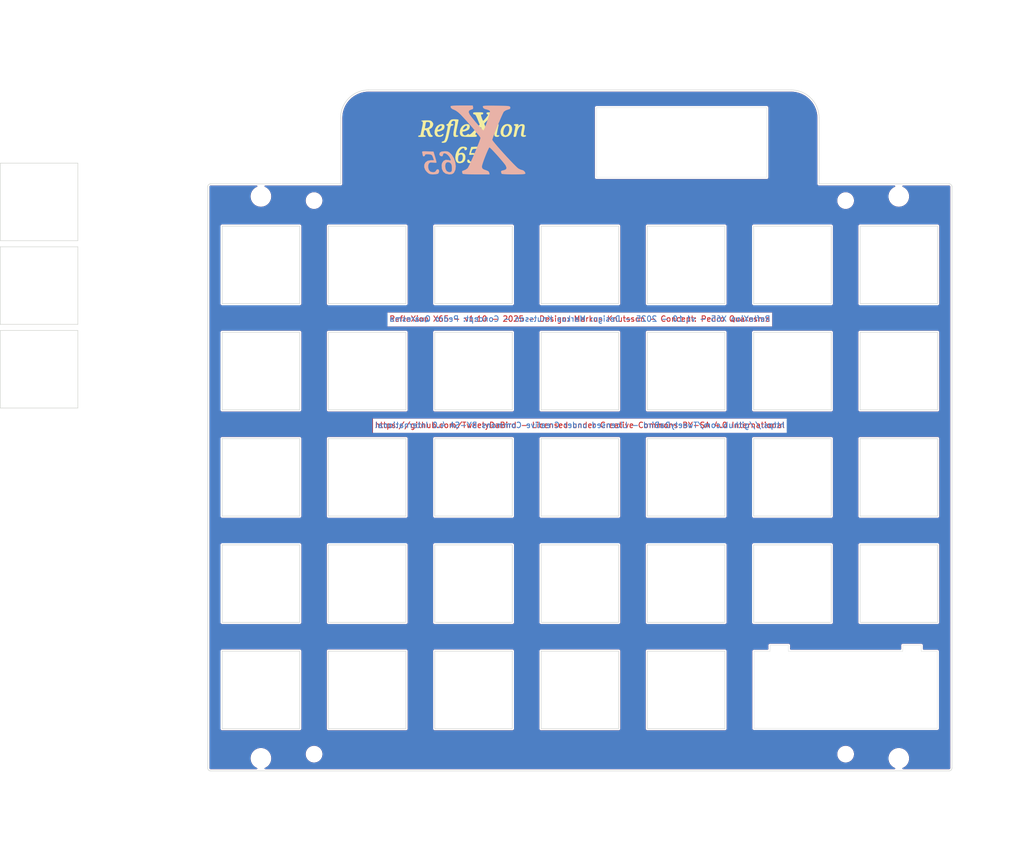
<source format=kicad_pcb>
(kicad_pcb (version 20241229) (generator "pcbnew") (generator_version "9.0")
  (title_block (title "RefleXion X65 - OLED") (date "2024-02-06") (rev "1.10") (company "Tweety's Wild Thinking") (comment 1 "Design: Markus Knutsson <markus.knutsson@tweety.se>") (comment 2 "Concept: Pedro Quaresma <pq@live.ie>") (comment 3 "https://github.com/TweetyDaBird") (comment 4 "Licensed under Creative Commons BY-SA 4.0 International"))
  (layers (0 "F.Cu" signal) (2 "B.Cu" signal) (13 "F.Paste" user) (15 "B.Paste" user) (5 "F.SilkS" user "F.Silkscreen") (7 "B.SilkS" user "B.Silkscreen") (1 "F.Mask" user) (3 "B.Mask" user) (25 "Edge.Cuts" user))
  (net 0 "")
  (footprint "Keyboard_Plate:Spacer Plate hole" (layer "F.Cu") (at 158.515 35.965)
    (property "Reference" "H3" (hide yes))
    (property "Value" "Spacer_PCB" (hide yes))
    (pad "" np_thru_hole circle (at 0 0) (size 2.5 2.5) (drill 2.5) (layers "*.Cu" "*.Mask"))
  )
  (footprint "Keyboard_Plate:SW_MX_Plate_Placeholder_nodrill_NOBORDER_13,9" (layer "F.Cu") (at 129.94 123.69)
    (property "Reference" "SW33" (hide yes))
    (property "Value" "SW_Push" (hide yes))
    (fp_line (start -6.95 -6.95) (end -6.95 6.95) (stroke (width 0.1)) (layer "Edge.Cuts"))
    (fp_line (start -6.95 6.95) (end 6.95 6.95) (stroke (width 0.1)) (layer "Edge.Cuts"))
    (fp_line (start 6.95 -6.95) (end -6.95 -6.95) (stroke (width 0.1)) (layer "Edge.Cuts"))
    (fp_line (start 6.95 6.95) (end 6.95 -6.95) (stroke (width 0.1)) (layer "Edge.Cuts"))
  )
  (footprint "MountingHole:MountingHole_3.2mm_M3" (layer "F.Cu") (at 53.74 135.965)
    (property "Reference" "H8" (hide yes))
    (property "Value" "MountingHole")
    (pad "" np_thru_hole circle (at 0 0) (size 3.2 3.2) (drill 3.2) (layers "*.Cu" "*.Mask"))
  )
  (footprint "Keyboard_Plate:SW_MX_Plate_Placeholder_nodrill_NOBORDER_13,9" (layer "F.Cu") (at 110.89 66.54)
    (property "Reference" "SW11" (hide yes))
    (property "Value" "SW_Push" (hide yes))
    (fp_line (start -6.95 -6.95) (end -6.95 6.95) (stroke (width 0.1)) (layer "Edge.Cuts"))
    (fp_line (start -6.95 6.95) (end 6.95 6.95) (stroke (width 0.1)) (layer "Edge.Cuts"))
    (fp_line (start 6.95 -6.95) (end -6.95 -6.95) (stroke (width 0.1)) (layer "Edge.Cuts"))
    (fp_line (start 6.95 6.95) (end 6.95 -6.95) (stroke (width 0.1)) (layer "Edge.Cuts"))
  )
  (footprint "Keyboard_Plate:SW_MX_Plate_Placeholder_nodrill_NOBORDER_13,9" (layer "F.Cu") (at 72.79 123.69)
    (property "Reference" "SW30" (hide yes))
    (property "Value" "SW_Push" (hide yes))
    (fp_line (start -6.95 -6.95) (end -6.95 6.95) (stroke (width 0.1)) (layer "Edge.Cuts"))
    (fp_line (start -6.95 6.95) (end 6.95 6.95) (stroke (width 0.1)) (layer "Edge.Cuts"))
    (fp_line (start 6.95 -6.95) (end -6.95 -6.95) (stroke (width 0.1)) (layer "Edge.Cuts"))
    (fp_line (start 6.95 6.95) (end 6.95 -6.95) (stroke (width 0.1)) (layer "Edge.Cuts"))
  )
  (footprint "Keyboard_Plate:SW_MX_Plate_Placeholder_nodrill_NOBORDER_13,9" (layer "F.Cu") (at 110.89 123.69)
    (property "Reference" "SW32" (hide yes))
    (property "Value" "SW_Push" (hide yes))
    (fp_line (start -6.95 -6.95) (end -6.95 6.95) (stroke (width 0.1)) (layer "Edge.Cuts"))
    (fp_line (start -6.95 6.95) (end 6.95 6.95) (stroke (width 0.1)) (layer "Edge.Cuts"))
    (fp_line (start 6.95 -6.95) (end -6.95 -6.95) (stroke (width 0.1)) (layer "Edge.Cuts"))
    (fp_line (start 6.95 6.95) (end 6.95 -6.95) (stroke (width 0.1)) (layer "Edge.Cuts"))
  )
  (footprint "Keyboard_Plate:SW_MX_Plate_Placeholder_nodrill_NOBORDER_13,9" (layer "F.Cu") (at 13.986736 51.203969)
    (property "Reference" "SW35" (hide yes))
    (property "Value" "SW_Push" (hide yes))
    (fp_line (start -6.95 -6.95) (end -6.95 6.95) (stroke (width 0.1)) (layer "Edge.Cuts"))
    (fp_line (start -6.95 6.95) (end 6.95 6.95) (stroke (width 0.1)) (layer "Edge.Cuts"))
    (fp_line (start 6.95 -6.95) (end -6.95 -6.95) (stroke (width 0.1)) (layer "Edge.Cuts"))
    (fp_line (start 6.95 6.95) (end 6.95 -6.95) (stroke (width 0.1)) (layer "Edge.Cuts"))
  )
  (footprint "Keyboard_Plate:SW_MX_Plate_Placeholder_nodrill_NOBORDER_13,9" (layer "F.Cu") (at 13.986736 66.203969)
    (property "Reference" "SW36" (hide yes))
    (property "Value" "SW_Push" (hide yes))
    (fp_line (start -6.95 -6.95) (end -6.95 6.95) (stroke (width 0.1)) (layer "Edge.Cuts"))
    (fp_line (start -6.95 6.95) (end 6.95 6.95) (stroke (width 0.1)) (layer "Edge.Cuts"))
    (fp_line (start 6.95 -6.95) (end -6.95 -6.95) (stroke (width 0.1)) (layer "Edge.Cuts"))
    (fp_line (start 6.95 6.95) (end 6.95 -6.95) (stroke (width 0.1)) (layer "Edge.Cuts"))
  )
  (footprint "Keyboard_Plate:SW_MX_Plate_Placeholder_nodrill_NOBORDER_13,9" (layer "F.Cu") (at 91.84 47.49)
    (property "Reference" "SW3" (hide yes))
    (property "Value" "SW_Push" (hide yes))
    (fp_line (start -6.95 -6.95) (end -6.95 6.95) (stroke (width 0.1)) (layer "Edge.Cuts"))
    (fp_line (start -6.95 6.95) (end 6.95 6.95) (stroke (width 0.1)) (layer "Edge.Cuts"))
    (fp_line (start 6.95 -6.95) (end -6.95 -6.95) (stroke (width 0.1)) (layer "Edge.Cuts"))
    (fp_line (start 6.95 6.95) (end 6.95 -6.95) (stroke (width 0.1)) (layer "Edge.Cuts"))
  )
  (footprint "Keyboard_Plate:Spacer Plate hole" (layer "F.Cu") (at 158.515 135.215)
    (property "Reference" "H4" (hide yes))
    (property "Value" "Spacer_PCB" (hide yes))
    (pad "" np_thru_hole circle (at 0 0) (size 2.5 2.5) (drill 2.5) (layers "*.Cu" "*.Mask"))
  )
  (footprint "Keyboard_Plate:SW_MX_Plate_Placeholder_nodrill_NOBORDER_13,9" (layer "F.Cu") (at 148.99 104.64)
    (property "Reference" "SW27" (hide yes))
    (property "Value" "SW_Push" (hide yes))
    (fp_line (start -6.95 -6.95) (end -6.95 6.95) (stroke (width 0.1)) (layer "Edge.Cuts"))
    (fp_line (start -6.95 6.95) (end 6.95 6.95) (stroke (width 0.1)) (layer "Edge.Cuts"))
    (fp_line (start 6.95 -6.95) (end -6.95 -6.95) (stroke (width 0.1)) (layer "Edge.Cuts"))
    (fp_line (start 6.95 6.95) (end 6.95 -6.95) (stroke (width 0.1)) (layer "Edge.Cuts"))
  )
  (footprint "Keyboard_Plate:SW_MX_Plate_Placeholder_nodrill_NOBORDER_13,9" (layer "F.Cu") (at 91.84 123.69)
    (property "Reference" "SW31" (hide yes))
    (property "Value" "SW_Push" (hide yes))
    (fp_line (start -6.95 -6.95) (end -6.95 6.95) (stroke (width 0.1)) (layer "Edge.Cuts"))
    (fp_line (start -6.95 6.95) (end 6.95 6.95) (stroke (width 0.1)) (layer "Edge.Cuts"))
    (fp_line (start 6.95 -6.95) (end -6.95 -6.95) (stroke (width 0.1)) (layer "Edge.Cuts"))
    (fp_line (start 6.95 6.95) (end 6.95 -6.95) (stroke (width 0.1)) (layer "Edge.Cuts"))
  )
  (footprint "Keyboard_Plate:SW_MX_Plate_Placeholder_nodrill_NOBORDER_13,9" (layer "F.Cu") (at 148.99 66.54)
    (property "Reference" "SW13" (hide yes))
    (property "Value" "SW_Push" (hide yes))
    (fp_line (start -6.95 -6.95) (end -6.95 6.95) (stroke (width 0.1)) (layer "Edge.Cuts"))
    (fp_line (start -6.95 6.95) (end 6.95 6.95) (stroke (width 0.1)) (layer "Edge.Cuts"))
    (fp_line (start 6.95 -6.95) (end -6.95 -6.95) (stroke (width 0.1)) (layer "Edge.Cuts"))
    (fp_line (start 6.95 6.95) (end 6.95 -6.95) (stroke (width 0.1)) (layer "Edge.Cuts"))
  )
  (footprint "Keyboard_Plate:SW_MX_Plate_Placeholder_nodrill_NOBORDER_13,9" (layer "F.Cu") (at 53.74 66.54)
    (property "Reference" "SW8" (hide yes))
    (property "Value" "SW_Push" (hide yes))
    (fp_line (start -6.95 -6.95) (end -6.95 6.95) (stroke (width 0.1)) (layer "Edge.Cuts"))
    (fp_line (start -6.95 6.95) (end 6.95 6.95) (stroke (width 0.1)) (layer "Edge.Cuts"))
    (fp_line (start 6.95 -6.95) (end -6.95 -6.95) (stroke (width 0.1)) (layer "Edge.Cuts"))
    (fp_line (start 6.95 6.95) (end 6.95 -6.95) (stroke (width 0.1)) (layer "Edge.Cuts"))
  )
  (footprint "Keyboard_Plate:SW_MX_Plate_Placeholder_nodrill_NOBORDER_13,9" (layer "F.Cu") (at 72.79 66.54)
    (property "Reference" "SW9" (hide yes))
    (property "Value" "SW_Push" (hide yes))
    (fp_line (start -6.95 -6.95) (end -6.95 6.95) (stroke (width 0.1)) (layer "Edge.Cuts"))
    (fp_line (start -6.95 6.95) (end 6.95 6.95) (stroke (width 0.1)) (layer "Edge.Cuts"))
    (fp_line (start 6.95 -6.95) (end -6.95 -6.95) (stroke (width 0.1)) (layer "Edge.Cuts"))
    (fp_line (start 6.95 6.95) (end 6.95 -6.95) (stroke (width 0.1)) (layer "Edge.Cuts"))
  )
  (footprint "Keyboard_Plate:SW_MX_Plate_Placeholder_nodrill_NOBORDER_13,9" (layer "F.Cu") (at 148.99 85.59)
    (property "Reference" "SW20" (hide yes))
    (property "Value" "SW_Push" (hide yes))
    (fp_line (start -6.95 -6.95) (end -6.95 6.95) (stroke (width 0.1)) (layer "Edge.Cuts"))
    (fp_line (start -6.95 6.95) (end 6.95 6.95) (stroke (width 0.1)) (layer "Edge.Cuts"))
    (fp_line (start 6.95 -6.95) (end -6.95 -6.95) (stroke (width 0.1)) (layer "Edge.Cuts"))
    (fp_line (start 6.95 6.95) (end 6.95 -6.95) (stroke (width 0.1)) (layer "Edge.Cuts"))
  )
  (footprint "Keyboard_Plate:SW_MX_Plate_Placeholder_nodrill_NOBORDER_13,9" (layer "F.Cu") (at 110.89 85.59)
    (property "Reference" "SW18" (hide yes))
    (property "Value" "SW_Push" (hide yes))
    (fp_line (start -6.95 -6.95) (end -6.95 6.95) (stroke (width 0.1)) (layer "Edge.Cuts"))
    (fp_line (start -6.95 6.95) (end 6.95 6.95) (stroke (width 0.1)) (layer "Edge.Cuts"))
    (fp_line (start 6.95 -6.95) (end -6.95 -6.95) (stroke (width 0.1)) (layer "Edge.Cuts"))
    (fp_line (start 6.95 6.95) (end 6.95 -6.95) (stroke (width 0.1)) (layer "Edge.Cuts"))
  )
  (footprint "Keyboard_Plate:SW_MX_Plate_Placeholder_nodrill_NOBORDER_13,9" (layer "F.Cu") (at 129.94 66.54)
    (property "Reference" "SW12" (hide yes))
    (property "Value" "SW_Push" (hide yes))
    (fp_line (start -6.95 -6.95) (end -6.95 6.95) (stroke (width 0.1)) (layer "Edge.Cuts"))
    (fp_line (start -6.95 6.95) (end 6.95 6.95) (stroke (width 0.1)) (layer "Edge.Cuts"))
    (fp_line (start 6.95 -6.95) (end -6.95 -6.95) (stroke (width 0.1)) (layer "Edge.Cuts"))
    (fp_line (start 6.95 6.95) (end 6.95 -6.95) (stroke (width 0.1)) (layer "Edge.Cuts"))
  )
  (footprint "Keyboard_Plate:Spacer Plate hole" (layer "F.Cu") (at 63.265 35.965)
    (property "Reference" "H1" (hide yes))
    (property "Value" "Spacer_PCB" (hide yes))
    (pad "" np_thru_hole circle (at 0 0) (size 2.5 2.5) (drill 2.5) (layers "*.Cu" "*.Mask"))
  )
  (footprint "Keyboard_Plate:SW_MX_Plate_Placeholder_nodrill_NOBORDER_13,9" (layer "F.Cu") (at 110.89 47.49)
    (property "Reference" "SW4" (hide yes))
    (property "Value" "SW_Push" (hide yes))
    (fp_line (start -6.95 -6.95) (end -6.95 6.95) (stroke (width 0.1)) (layer "Edge.Cuts"))
    (fp_line (start -6.95 6.95) (end 6.95 6.95) (stroke (width 0.1)) (layer "Edge.Cuts"))
    (fp_line (start 6.95 -6.95) (end -6.95 -6.95) (stroke (width 0.1)) (layer "Edge.Cuts"))
    (fp_line (start 6.95 6.95) (end 6.95 -6.95) (stroke (width 0.1)) (layer "Edge.Cuts"))
  )
  (footprint "Logotypes:RefleXion 652" (layer "F.Cu") (at 91.46664 24.554597)
    (property "Reference" "Logo2" (hide yes))
    (property "Value" "RoHS_Logo" (hide yes))
    (fp_poly (pts (xy 4.948081 -3.133288) (xy 5.0023 -2.972048) (xy 5.003031 -2.93447) (xy 4.962526 -2.750599) (xy 4.806804 -2.694622) (xy 4.772794 -2.69394) (xy 4.578038 -2.7384) (xy 4.49833 -2.814205) (xy 4.491573 -3.033008) (xy 4.642838 -3.157833) (xy 4.770519 -3.175)) (fill yes) (layer "F.SilkS"))
    (fp_poly (pts (xy 4.740527 -2.300615) (xy 4.858043 -2.258326) (xy 4.87317 -2.156938) (xy 4.860252 -2.092614) (xy 4.791011 -1.779664) (xy 4.713299 -1.406547) (xy 4.637401 -1.025702) (xy 4.573598 -0.689571) (xy 4.532173 -0.450594) (xy 4.52197 -0.367342) (xy 4.6018 -0.307246) (xy 4.7625 -0.312183) (xy 4.955177 -0.309011) (xy 5.003031 -0.237482) (xy 4.923011 -0.094407) (xy 4.728013 -0.016196) (xy 4.485625 -0.006921) (xy 4.263439 -0.070655) (xy 4.140808 -0.185536) (xy 4.097992 -0.371952) (xy 4.113971 -0.682817) (xy 4.185514 -1.123604) (xy 4.264444 -1.539563) (xy 4.3081 -1.801788) (xy 4.316471 -1.94571) (xy 4.289546 -2.006761) (xy 4.227312 -2.02037) (xy 4.185229 -2.020455) (xy 4.057674 -2.097469) (xy 4.040909 -2.164773) (xy 4.097346 -2.259714) (xy 4.2894 -2.303094) (xy 4.475697 -2.309091)) (fill yes) (layer "F.SilkS"))
    (fp_poly (pts (xy 6.786528 -2.274354) (xy 7.073144 -2.100694) (xy 7.112714 -2.055586) (xy 7.274499 -1.70462) (xy 7.295062 -1.283918) (xy 7.183754 -0.843557) (xy 6.949925 -0.433613) (xy 6.773785 -0.240458) (xy 6.454628 -0.050163) (xy 6.082415 0.018209) (xy 5.721049 -0.034737) (xy 5.434432 -0.208397) (xy 5.394862 -0.253506) (xy 5.233077 -0.604471) (xy 5.212514 -1.025173) (xy 5.212605 -1.025532) (xy 5.729648 -1.025533) (xy 5.732361 -0.678482) (xy 5.770926 -0.533905) (xy 5.926191 -0.335834) (xy 6.147282 -0.287079) (xy 6.378018 -0.388154) (xy 6.50189 -0.52722) (xy 6.682561 -0.891695) (xy 6.770574 -1.262329) (xy 6.768632 -1.598401) (xy 6.67944 -1.859193) (xy 6.505702 -2.003986) (xy 6.402706 -2.020455) (xy 6.175224 -1.932761) (xy 5.972764 -1.703695) (xy 5.817011 -1.384277) (xy 5.729648 -1.025533) (xy 5.212605 -1.025532) (xy 5.323823 -1.465534) (xy 5.557651 -1.875478) (xy 5.733791 -2.068633) (xy 6.052948 -2.258928) (xy 6.425161 -2.327301)) (fill yes) (layer "F.SilkS"))
    (fp_poly (pts (xy -5.12861 -2.30001) (xy -4.92606 -2.193635) (xy -4.82404 -1.97241) (xy -4.831767 -1.685259) (xy -4.941939 -1.418986) (xy -4.996783 -1.353217) (xy -5.220077 -1.204994) (xy -5.543199 -1.069051) (xy -5.874815 -0.97967) (xy -6.03731 -0.962658) (xy -6.138601 -0.920377) (xy -6.140471 -0.772806) (xy -6.063745 -0.53543) (xy -5.933852 -0.344767) (xy -5.705337 -0.288736) (xy -5.690677 -0.288636) (xy -5.445801 -0.335685) (xy -5.291665 -0.432955) (xy -5.134643 -0.561808) (xy -5.026888 -0.542688) (xy -5.00303 -0.447867) (xy -5.088029 -0.244903) (xy -5.307481 -0.096157) (xy -5.608081 -0.01376) (xy -5.936516 -0.009845) (xy -6.239479 -0.096541) (xy -6.324751 -0.147084) (xy -6.532569 -0.400845) (xy -6.619 -0.751747) (xy -6.589638 -1.15235) (xy -6.527428 -1.331924) (xy -6.061005 -1.331924) (xy -5.988648 -1.296174) (xy -5.815979 -1.332545) (xy -5.610943 -1.419799) (xy -5.460038 -1.519768) (xy -5.3185 -1.711679) (xy -5.301276 -1.893905) (xy -5.405365 -2.007443) (xy -5.485505 -2.020455) (xy -5.641063 -1.945189) (xy -5.825773 -1.763775) (xy -5.983984 -1.542801) (xy -6.060042 -1.348848) (xy -6.061005 -1.331924) (xy -6.527428 -1.331924) (xy -6.450074 -1.555215) (xy -6.205904 -1.912903) (xy -6.104933 -2.011531) (xy -5.789033 -2.211095) (xy -5.443403 -2.310373)) (fill yes) (layer "F.SilkS"))
    (fp_poly (pts (xy 1.310127 1.745864) (xy 1.411112 1.780093) (xy 1.42922 1.852514) (xy 1.408728 1.944026) (xy 1.360904 2.168892) (xy 1.348284 2.285038) (xy 1.269472 2.391612) (xy 1.202651 2.405303) (xy 1.076354 2.327875) (xy 1.058334 2.255713) (xy 1.016931 2.164135) (xy 0.864743 2.128975) (xy 0.610504 2.135448) (xy 0.332028 2.165601) (xy 0.178756 2.238999) (xy 0.083487 2.401458) (xy 0.038268 2.525568) (xy -0.086139 2.886364) (xy 0.325008 2.886364) (xy 0.718988 2.961311) (xy 0.996961 3.161974) (xy 1.146787 3.452085) (xy 1.156324 3.795377) (xy 1.013433 4.155581) (xy 0.827425 4.387273) (xy 0.607667 4.58343) (xy 0.404212 4.680707) (xy 0.130585 4.712517) (xy -0.019242 4.714394) (xy -0.332507 4.694144) (xy -0.572824 4.642235) (xy -0.654242 4.598939) (xy -0.74745 4.414639) (xy -0.769697 4.262196) (xy -0.705555 4.089454) (xy -0.563182 4.03825) (xy -0.417658 4.113836) (xy -0.356971 4.233333) (xy -0.231701 4.379101) (xy 0.003253 4.428617) (xy 0.286674 4.374061) (xy 0.387033 4.328376) (xy 0.54392 4.14986) (xy 0.632502 3.866975) (xy 0.636868 3.560502) (xy 0.576572 3.366114) (xy 0.475686 3.232786) (xy 0.323525 3.183833) (xy 0.052792 3.198256) (xy 0.042388 3.19942) (xy -0.22131 3.21953) (xy -0.391922 3.214558) (xy -0.418944 3.205046) (xy -0.413037 3.099812) (xy -0.35934 2.859662) (xy -0.268942 2.532877) (xy -0.250558 2.471647) (xy -0.040496 1.779924) (xy 0.713681 1.751602) (xy 1.089804 1.739732)) (fill yes) (layer "F.SilkS"))
    (fp_poly (pts (xy -1.07053 1.775704) (xy -0.840925 1.908117) (xy -0.779335 2.130187) (xy -0.786789 2.184204) (xy -0.897361 2.333336) (xy -1.035263 2.387941) (xy -1.204191 2.369377) (xy -1.250757 2.220455) (xy -1.250757 2.21957) (xy -1.307281 2.047413) (xy -1.45297 2.003163) (xy -1.651999 2.068422) (xy -1.868542 2.224793) (xy -2.066775 2.453882) (xy -2.199897 2.70697) (xy -2.254141 2.871998) (xy -2.215477 2.92224) (xy -2.0442 2.883107) (xy -1.963267 2.858429) (xy -1.606113 2.83174) (xy -1.318438 2.971229) (xy -1.130511 3.254682) (xy -1.07584 3.509624) (xy -1.106321 3.99774) (xy -1.280834 4.370526) (xy -1.587406 4.613659) (xy -2.014063 4.712816) (xy -2.082985 4.714394) (xy -2.385602 4.684339) (xy -2.588689 4.569882) (xy -2.686956 4.460889) (xy -2.852119 4.10839) (xy -2.860444 4.030911) (xy -2.394872 4.030911) (xy -2.377346 4.250014) (xy -2.366286 4.292446) (xy -2.235952 4.406896) (xy -2.024689 4.414926) (xy -1.805741 4.325245) (xy -1.689167 4.211926) (xy -1.587339 3.969934) (xy -1.539847 3.666727) (xy -1.539394 3.638038) (xy -1.596187 3.321398) (xy -1.756606 3.158461) (xy -2.005711 3.160254) (xy -2.122759 3.20753) (xy -2.283496 3.332248) (xy -2.363638 3.540169) (xy -2.38732 3.741477) (xy -2.394872 4.030911) (xy -2.860444 4.030911) (xy -2.900303 3.659969) (xy -2.839668 3.165879) (xy -2.678371 2.676373) (xy -2.424573 2.241705) (xy -2.303529 2.099211) (xy -2.072076 1.877902) (xy -1.871709 1.769051) (xy -1.614504 1.733915) (xy -1.469859 1.731818)) (fill yes) (layer "F.SilkS"))
    (fp_poly (pts (xy 9.353302 -2.266293) (xy 9.50413 -2.123375) (xy 9.554621 -1.858546) (xy 9.512488 -1.450018) (xy 9.47173 -1.242913) (xy 9.382275 -0.801029) (xy 9.342377 -0.516636) (xy 9.353695 -0.360858) (xy 9.417887 -0.304819) (xy 9.524904 -0.316489) (xy 9.707511 -0.313735) (xy 9.791681 -0.226795) (xy 9.735715 -0.108609) (xy 9.705698 -0.086929) (xy 9.454626 -0.008503) (xy 9.173538 -0.025954) (xy 8.959787 -0.131478) (xy 8.944742 -0.147915) (xy 8.884883 -0.264729) (xy 8.871217 -0.446514) (xy 8.903795 -0.740101) (xy 8.945625 -0.989771) (xy 9.012347 -1.346613) (xy 9.072044 -1.635232) (xy 9.112589 -1.797285) (xy 9.114692 -1.803165) (xy 9.077821 -1.930527) (xy 8.990784 -1.987599) (xy 8.793406 -1.969236) (xy 8.584905 -1.796502) (xy 8.390955 -1.503902) (xy 8.237234 -1.125936) (xy 8.17988 -0.89793) (xy 8.09456 -0.481593) (xy 8.027304 -0.219009) (xy 7.960658 -0.07481) (xy 7.877169 -0.013631) (xy 7.759384 -0.000105) (xy 7.736759 0) (xy 7.566707 -0.030121) (xy 7.539116 -0.155597) (xy 7.551111 -0.216477) (xy 7.616858 -0.513688) (xy 7.69266 -0.876722) (xy 7.768136 -1.252983) (xy 7.832906 -1.589872) (xy 7.876589 -1.834791) (xy 7.889394 -1.930532) (xy 7.811372 -2.01034) (xy 7.745076 -2.020455) (xy 7.617521 -2.097469) (xy 7.600758 -2.164773) (xy 7.656638 -2.259262) (xy 7.847172 -2.302767) (xy 8.040196 -2.309091) (xy 8.30607 -2.300867) (xy 8.422469 -2.260862) (xy 8.432144 -2.166079) (xy 8.415546 -2.107169) (xy 8.351459 -1.905246) (xy 8.553381 -2.107169) (xy 8.851072 -2.276059) (xy 9.094427 -2.309091)) (fill yes) (layer "F.SilkS"))
    (fp_poly (pts (xy -2.62831 -3.162058) (xy -2.39452 -3.12758) (xy -2.309091 -3.079142) (xy -2.328113 -2.95223) (xy -2.379893 -2.677765) (xy -2.456502 -2.29627) (xy -2.549126 -1.852438) (xy -2.669645 -1.270446) (xy -2.746493 -0.85094) (xy -2.780207 -0.569127) (xy -2.771323 -0.400215) (xy -2.72038 -0.319414) (xy -2.627914 -0.30193) (xy -2.582617 -0.306643) (xy -2.39086 -0.283787) (xy -2.34062 -0.184583) (xy -2.444435 -0.075483) (xy -2.533 -0.043682) (xy -2.846409 0.009458) (xy -3.065495 -0.025034) (xy -3.196452 -0.164971) (xy -3.245478 -0.428167) (xy -3.218769 -0.832435) (xy -3.12252 -1.39559) (xy -3.078257 -1.611267) (xy -2.996213 -2.036252) (xy -2.940081 -2.399429) (xy -2.916197 -2.654632) (xy -2.922597 -2.745801) (xy -3.054914 -2.87446) (xy -3.256201 -2.885139) (xy -3.453628 -2.789929) (xy -3.562229 -2.63957) (xy -3.638026 -2.421773) (xy -3.622476 -2.329802) (xy -3.491981 -2.30938) (xy -3.41855 -2.309091) (xy -3.247866 -2.275819) (xy -3.236419 -2.164773) (xy -3.365845 -2.050148) (xy -3.508544 -2.020455) (xy -3.605123 -2.005974) (xy -3.680097 -1.941225) (xy -3.746255 -1.794243) (xy -3.816386 -1.533066) (xy -3.903278 -1.125729) (xy -3.940282 -0.941381) (xy -4.090486 -0.245925) (xy -4.231327 0.27598) (xy -4.369334 0.642547) (xy -4.511034 0.871994) (xy -4.623426 0.964928) (xy -4.837561 1.036421) (xy -5.07559 1.058965) (xy -5.273253 1.034888) (xy -5.36629 0.966522) (xy -5.364307 0.938068) (xy -5.247608 0.828997) (xy -5.115548 0.787031) (xy -4.979816 0.74437) (xy -4.868348 0.642677) (xy -4.769342 0.454381) (xy -4.670997 0.151913) (xy -4.561508 -0.292299) (xy -4.465976 -0.730358) (xy -4.357686 -1.244714) (xy -4.287168 -1.600164) (xy -4.252409 -1.826069) (xy -4.251402 -1.951788) (xy -4.282134 -2.006683) (xy -4.342597 -2.020115) (xy -4.377651 -2.020455) (xy -4.505206 -2.097469) (xy -4.521969 -2.164773) (xy -4.442264 -2.283041) (xy -4.336029 -2.30909) (xy -4.158514 -2.394087) (xy -4.08444 -2.525568) (xy -3.96973 -2.758477) (xy -3.820655 -2.958523) (xy -3.682288 -3.077673) (xy -3.504623 -3.14369) (xy -3.230443 -3.171064) (xy -2.965804 -3.175)) (fill yes) (layer "F.SilkS"))
    (fp_poly (pts (xy -7.711002 -2.977285) (xy -7.443693 -2.953823) (xy -7.26721 -2.900807) (xy -7.130809 -2.806854) (xy -7.067218 -2.746419) (xy -6.904532 -2.527939) (xy -6.831376 -2.319436) (xy -6.83106 -2.308686) (xy -6.896813 -1.997092) (xy -7.06309 -1.7083) (xy -7.283421 -1.513998) (xy -7.367715 -1.480811) (xy -7.539148 -1.394055) (xy -7.565252 -1.297008) (xy -7.509836 -1.133293) (xy -7.427196 -0.869549) (xy -7.395744 -0.765617) (xy -7.274326 -0.481346) (xy -7.130803 -0.323691) (xy -7.100245 -0.311428) (xy -6.938082 -0.221538) (xy -6.936242 -0.111277) (xy -7.073517 -0.024099) (xy -7.252234 0) (xy -7.491415 -0.023784) (xy -7.656407 -0.120374) (xy -7.781918 -0.327632) (xy -7.902659 -0.683417) (xy -7.913776 -0.721591) (xy -8.030942 -1.040175) (xy -8.160192 -1.199551) (xy -8.246739 -1.23169) (xy -8.395212 -1.206845) (xy -8.480548 -1.046303) (xy -8.501749 -0.95508) (xy -8.557466 -0.597346) (xy -8.543156 -0.389375) (xy -8.452558 -0.299376) (xy -8.370454 -0.288636) (xy -8.213745 -0.228478) (xy -8.17803 -0.144318) (xy -8.215935 -0.068057) (xy -8.352873 -0.02336) (xy -8.623681 -0.003228) (xy -8.896601 0) (xy -9.266147 -0.005925) (xy -9.47696 -0.028553) (xy -9.562507 -0.075168) (xy -9.559793 -0.144318) (xy -9.428587 -0.266003) (xy -9.322282 -0.288636) (xy -9.171322 -0.303466) (xy -9.140151 -0.322169) (xy -9.120609 -0.423684) (xy -9.067465 -0.674686) (xy -8.988949 -1.036844) (xy -8.897902 -1.450953) (xy -8.851382 -1.671412) (xy -8.340382 -1.671412) (xy -8.320518 -1.561764) (xy -8.141301 -1.552901) (xy -7.807436 -1.645054) (xy -7.806959 -1.64522) (xy -7.5377 -1.822256) (xy -7.417761 -2.116634) (xy -7.424412 -2.419569) (xy -7.485395 -2.578753) (xy -7.646424 -2.65437) (xy -7.805545 -2.674997) (xy -8.017584 -2.683774) (xy -8.128937 -2.632168) (xy -8.186334 -2.472935) (xy -8.222185 -2.253795) (xy -8.273062 -1.956188) (xy -8.323032 -1.728163) (xy -8.340382 -1.671412) (xy -8.851382 -1.671412) (xy -8.785634 -1.982994) (xy -8.723386 -2.355781) (xy -8.711244 -2.595894) (xy -8.749296 -2.729911) (xy -8.837628 -2.784411) (xy -8.902279 -2.790152) (xy -9.004184 -2.836046) (xy -8.995833 -2.886364) (xy -8.878535 -2.930191) (xy -8.617464 -2.963563) (xy -8.261212 -2.981141) (xy -8.119872 -2.982576)) (fill yes) (layer "F.SilkS"))
    (fp_poly (pts (xy 3.858711 -4.418934) (xy 4.095806 -4.39421) (xy 4.209019 -4.345204) (xy 4.233334 -4.281715) (xy 4.153336 -4.146587) (xy 3.960237 -4.019941) (xy 3.953811 -4.017132) (xy 3.771978 -3.896906) (xy 3.504442 -3.668764) (xy 3.192376 -3.369465) (xy 2.975088 -3.143346) (xy 2.275886 -2.390101) (xy 2.657032 -1.459634) (xy 2.879545 -0.954864) (xy 3.06396 -0.623658) (xy 3.217995 -0.452688) (xy 3.250906 -0.434193) (xy 3.416203 -0.297248) (xy 3.463637 -0.16961) (xy 3.443558 -0.09052) (xy 3.36012 -0.040442) (xy 3.178524 -0.012968) (xy 2.863968 -0.00169) (xy 2.542566 0) (xy 2.115293 -0.003357) (xy 1.846807 -0.017672) (xy 1.703526 -0.049303) (xy 1.651864 -0.104611) (xy 1.653588 -0.168371) (xy 1.763389 -0.313797) (xy 1.901173 -0.367487) (xy 2.041177 -0.409819) (xy 2.100799 -0.508247) (xy 2.080182 -0.697067) (xy 1.979473 -1.010577) (xy 1.904736 -1.210168) (xy 1.692808 -1.763974) (xy 1.183147 -1.203154) (xy 0.871621 -0.83597) (xy 0.708655 -0.581359) (xy 0.691456 -0.43307) (xy 0.817234 -0.384849) (xy 0.817803 -0.384849) (xy 0.935346 -0.304693) (xy 0.962122 -0.192967) (xy 0.951795 -0.115575) (xy 0.900644 -0.06255) (xy 0.778415 -0.029498) (xy 0.554849 -0.012023) (xy 0.199693 -0.005733) (xy -0.317311 -0.006233) (xy -0.323494 -0.006258) (xy -0.902533 -0.014573) (xy -1.317924 -0.035997) (xy -1.598166 -0.073337) (xy -1.771759 -0.1294) (xy -1.810941 -0.152799) (xy -2.014303 -0.403472) (xy -2.097791 -0.752115) (xy -2.067258 -1.151024) (xy -2.004759 -1.331924) (xy -1.539034 -1.331924) (xy -1.466678 -1.296173) (xy -1.294009 -1.332545) (xy -1.088973 -1.419799) (xy -0.938068 -1.519768) (xy -0.79653 -1.711679) (xy -0.779306 -1.893906) (xy -0.883395 -2.007443) (xy -0.963536 -2.020455) (xy -1.119093 -1.945188) (xy -1.303803 -1.763775) (xy -1.462014 -1.542801) (xy -1.538073 -1.348848) (xy -1.539034 -1.331924) (xy -2.004759 -1.331924) (xy -1.928554 -1.552497) (xy -1.68753 -1.908831) (xy -1.582963 -2.011531) (xy -1.267063 -2.211095) (xy -0.921434 -2.310373) (xy -0.606641 -2.30001) (xy -0.404091 -2.193635) (xy -0.30207 -1.97241) (xy -0.309798 -1.685259) (xy -0.419969 -1.418987) (xy -0.474813 -1.353216) (xy -0.698107 -1.204994) (xy -1.021229 -1.069051) (xy -1.352845 -0.97967) (xy -1.515341 -0.962658) (xy -1.616632 -0.920377) (xy -1.618501 -0.772805) (xy -1.541775 -0.53543) (xy -1.382003 -0.343765) (xy -1.136862 -0.285601) (xy -0.865187 -0.367029) (xy -0.747345 -0.453182) (xy -0.597157 -0.557231) (xy -0.504235 -0.516154) (xy -0.487422 -0.491354) (xy -0.400098 -0.422194) (xy -0.266726 -0.449437) (xy -0.070402 -0.585703) (xy 0.205781 -0.843605) (xy 0.578729 -1.235757) (xy 0.725726 -1.396566) (xy 1.474674 -2.221519) (xy 1.154214 -3.010949) (xy 0.96901 -3.456819) (xy 0.83113 -3.752558) (xy 0.720545 -3.928288) (xy 0.617223 -4.014129) (xy 0.501134 -4.040199) (xy 0.46928 -4.040909) (xy 0.31715 -4.114421) (xy 0.288637 -4.233333) (xy 0.302439 -4.322768) (xy 0.36764 -4.379213) (xy 0.519936 -4.410182) (xy 0.79502 -4.423191) (xy 1.202652 -4.425758) (xy 1.627466 -4.422852) (xy 1.895579 -4.409125) (xy 2.042684 -4.377063) (xy 2.104476 -4.31915) (xy 2.116667 -4.233333) (xy 2.047713 -4.071093) (xy 1.940278 -4.040909) (xy 1.764486 -4.01593) (xy 1.712169 -3.989188) (xy 1.714625 -3.880702) (xy 1.772185 -3.661021) (xy 1.862798 -3.391467) (xy 1.96441 -3.133365) (xy 2.054968 -2.948038) (xy 2.106209 -2.893447) (xy 2.203626 -2.968307) (xy 2.374781 -3.148854) (xy 2.578964 -3.386088) (xy 2.775466 -3.631008) (xy 2.923571 -3.834616) (xy 2.982573 -3.947909) (xy 2.982576 -3.948257) (xy 2.904595 -4.030474) (xy 2.838258 -4.040909) (xy 2.720726 -4.121121) (xy 2.69394 -4.233333) (xy 2.710009 -4.329207) (xy 2.784021 -4.386667) (xy 2.954683 -4.415389) (xy 3.2607 -4.42505) (xy 3.463637 -4.425758)) (fill yes) (layer "F.SilkS"))
  )
  (footprint "Keyboard_Plate:SW_MX_Plate_Placeholder_nodrill_NOBORDER_13,9" (layer "F.Cu") (at 72.79 85.59)
    (property "Reference" "SW16" (hide yes))
    (property "Value" "SW_Push" (hide yes))
    (fp_line (start -6.95 -6.95) (end -6.95 6.95) (stroke (width 0.1)) (layer "Edge.Cuts"))
    (fp_line (start -6.95 6.95) (end 6.95 6.95) (stroke (width 0.1)) (layer "Edge.Cuts"))
    (fp_line (start 6.95 -6.95) (end -6.95 -6.95) (stroke (width 0.1)) (layer "Edge.Cuts"))
    (fp_line (start 6.95 6.95) (end 6.95 -6.95) (stroke (width 0.1)) (layer "Edge.Cuts"))
  )
  (footprint "MountingHole:MountingHole_3.2mm_M3" (layer "F.Cu") (at 168.04 35.215)
    (property "Reference" "H6" (hide yes))
    (property "Value" "MountingHole")
    (pad "" np_thru_hole circle (at 0 0) (size 3.2 3.2) (drill 3.2) (layers "*.Cu" "*.Mask"))
  )
  (footprint "Keyboard_Plate:SW_MX_Plate_Placeholder_nodrill_NOBORDER_13,9" (layer "F.Cu") (at 91.84 85.59)
    (property "Reference" "SW17" (hide yes))
    (property "Value" "SW_Push" (hide yes))
    (fp_line (start -6.95 -6.95) (end -6.95 6.95) (stroke (width 0.1)) (layer "Edge.Cuts"))
    (fp_line (start -6.95 6.95) (end 6.95 6.95) (stroke (width 0.1)) (layer "Edge.Cuts"))
    (fp_line (start 6.95 -6.95) (end -6.95 -6.95) (stroke (width 0.1)) (layer "Edge.Cuts"))
    (fp_line (start 6.95 6.95) (end 6.95 -6.95) (stroke (width 0.1)) (layer "Edge.Cuts"))
  )
  (footprint "Keyboard_Plate:SW_MX_Plate_Placeholder_nodrill_NOBORDER_13,9" (layer "F.Cu") (at 53.74 85.59)
    (property "Reference" "SW15" (hide yes))
    (property "Value" "SW_Push" (hide yes))
    (fp_line (start -6.95 -6.95) (end -6.95 6.95) (stroke (width 0.1)) (layer "Edge.Cuts"))
    (fp_line (start -6.95 6.95) (end 6.95 6.95) (stroke (width 0.1)) (layer "Edge.Cuts"))
    (fp_line (start 6.95 -6.95) (end -6.95 -6.95) (stroke (width 0.1)) (layer "Edge.Cuts"))
    (fp_line (start 6.95 6.95) (end 6.95 -6.95) (stroke (width 0.1)) (layer "Edge.Cuts"))
  )
  (footprint "MountingHole:MountingHole_3.2mm_M3" (layer "F.Cu") (at 53.74 35.215)
    (property "Reference" "H5" (hide yes))
    (property "Value" "MountingHole")
    (pad "" np_thru_hole circle (at 0 0) (size 3.2 3.2) (drill 3.2) (layers "*.Cu" "*.Mask"))
  )
  (footprint "Keyboard_Plate:SW_MX_Plate_Placeholder_nodrill_NOBORDER_13,9" (layer "F.Cu") (at 168.04 104.64)
    (property "Reference" "SW28" (hide yes))
    (property "Value" "SW_Push" (hide yes))
    (fp_line (start -6.95 -6.95) (end -6.95 6.95) (stroke (width 0.1)) (layer "Edge.Cuts"))
    (fp_line (start -6.95 6.95) (end 6.95 6.95) (stroke (width 0.1)) (layer "Edge.Cuts"))
    (fp_line (start 6.95 -6.95) (end -6.95 -6.95) (stroke (width 0.1)) (layer "Edge.Cuts"))
    (fp_line (start 6.95 6.95) (end 6.95 -6.95) (stroke (width 0.1)) (layer "Edge.Cuts"))
  )
  (footprint "Keyboard_Plate:SW_MX_Plate_Placeholder_nodrill_NOBORDER_13,9" (layer "F.Cu") (at 72.79 104.64)
    (property "Reference" "SW23" (hide yes))
    (property "Value" "SW_Push" (hide yes))
    (fp_line (start -6.95 -6.95) (end -6.95 6.95) (stroke (width 0.1)) (layer "Edge.Cuts"))
    (fp_line (start -6.95 6.95) (end 6.95 6.95) (stroke (width 0.1)) (layer "Edge.Cuts"))
    (fp_line (start 6.95 -6.95) (end -6.95 -6.95) (stroke (width 0.1)) (layer "Edge.Cuts"))
    (fp_line (start 6.95 6.95) (end 6.95 -6.95) (stroke (width 0.1)) (layer "Edge.Cuts"))
  )
  (footprint "MountingHole:MountingHole_3.2mm_M3" (layer "F.Cu") (at 168.04 135.965)
    (property "Reference" "H7" (hide yes))
    (property "Value" "MountingHole")
    (pad "" np_thru_hole circle (at 0 0) (size 3.2 3.2) (drill 3.2) (layers "*.Cu" "*.Mask"))
  )
  (footprint "Keyboard_Plate:SW_MX_Plate_Placeholder_nodrill_NOBORDER_13,9" (layer "F.Cu") (at 168.04 66.54)
    (property "Reference" "SW14" (hide yes))
    (property "Value" "SW_Push" (hide yes))
    (fp_line (start -6.95 -6.95) (end -6.95 6.95) (stroke (width 0.1)) (layer "Edge.Cuts"))
    (fp_line (start -6.95 6.95) (end 6.95 6.95) (stroke (width 0.1)) (layer "Edge.Cuts"))
    (fp_line (start 6.95 -6.95) (end -6.95 -6.95) (stroke (width 0.1)) (layer "Edge.Cuts"))
    (fp_line (start 6.95 6.95) (end 6.95 -6.95) (stroke (width 0.1)) (layer "Edge.Cuts"))
  )
  (footprint "Keyboard_Plate:SW_MX_Plate_Placeholder_nodrill_NOBORDER_13,9" (layer "F.Cu") (at 129.94 85.59)
    (property "Reference" "SW19" (hide yes))
    (property "Value" "SW_Push" (hide yes))
    (fp_line (start -6.95 -6.95) (end -6.95 6.95) (stroke (width 0.1)) (layer "Edge.Cuts"))
    (fp_line (start -6.95 6.95) (end 6.95 6.95) (stroke (width 0.1)) (layer "Edge.Cuts"))
    (fp_line (start 6.95 -6.95) (end -6.95 -6.95) (stroke (width 0.1)) (layer "Edge.Cuts"))
    (fp_line (start 6.95 6.95) (end 6.95 -6.95) (stroke (width 0.1)) (layer "Edge.Cuts"))
  )
  (footprint "Keyboard_Plate:SW_MX_Plate_Placeholder_nodrill_NOBORDER_13,9" (layer "F.Cu") (at 72.79 47.49)
    (property "Reference" "SW2" (hide yes))
    (property "Value" "SW_Push" (hide yes))
    (fp_line (start -6.95 -6.95) (end -6.95 6.95) (stroke (width 0.1)) (layer "Edge.Cuts"))
    (fp_line (start -6.95 6.95) (end 6.95 6.95) (stroke (width 0.1)) (layer "Edge.Cuts"))
    (fp_line (start 6.95 -6.95) (end -6.95 -6.95) (stroke (width 0.1)) (layer "Edge.Cuts"))
    (fp_line (start 6.95 6.95) (end 6.95 -6.95) (stroke (width 0.1)) (layer "Edge.Cuts"))
  )
  (footprint "Keyboard_Plate:SW_MX_Plate_Placeholder_nodrill_NOBORDER_13,9" (layer "F.Cu") (at 110.89 104.64)
    (property "Reference" "SW25" (hide yes))
    (property "Value" "SW_Push" (hide yes))
    (fp_line (start -6.95 -6.95) (end -6.95 6.95) (stroke (width 0.1)) (layer "Edge.Cuts"))
    (fp_line (start -6.95 6.95) (end 6.95 6.95) (stroke (width 0.1)) (layer "Edge.Cuts"))
    (fp_line (start 6.95 -6.95) (end -6.95 -6.95) (stroke (width 0.1)) (layer "Edge.Cuts"))
    (fp_line (start 6.95 6.95) (end 6.95 -6.95) (stroke (width 0.1)) (layer "Edge.Cuts"))
  )
  (footprint "Keyboard_Plate:SW_MX_Plate_Placeholder_nodrill_NOBORDER_13,9" (layer "F.Cu") (at 168.04 47.49)
    (property "Reference" "SW7" (hide yes))
    (property "Value" "SW_Push" (hide yes))
    (fp_line (start -6.95 -6.95) (end -6.95 6.95) (stroke (width 0.1)) (layer "Edge.Cuts"))
    (fp_line (start -6.95 6.95) (end 6.95 6.95) (stroke (width 0.1)) (layer "Edge.Cuts"))
    (fp_line (start 6.95 -6.95) (end -6.95 -6.95) (stroke (width 0.1)) (layer "Edge.Cuts"))
    (fp_line (start 6.95 6.95) (end 6.95 -6.95) (stroke (width 0.1)) (layer "Edge.Cuts"))
  )
  (footprint "Keyboard_Plate:Stabilizer_Cherry_MX_2.00u_PLate_1_2" (layer "F.Cu") (at 158.515 123.69 180)
    (property "Reference" "ST1" (hide yes))
    (property "Value" "Stabilizer_2u_MX")
    (fp_line (start 16.425 -6.9) (end 16.425 6.9) (stroke (width 0.05)) (layer "Edge.Cuts"))
    (fp_line (start 13.55 7.97) (end 13.55 6.9) (stroke (width 0.05)) (layer "Edge.Cuts"))
    (fp_line (start 13.55 6.9) (end 16.425 6.9) (stroke (width 0.05)) (layer "Edge.Cuts"))
    (fp_line (start 10.25 7.97) (end 13.55 7.97) (stroke (width 0.05)) (layer "Edge.Cuts"))
    (fp_line (start 10.25 7.97) (end 10.25 6.9) (stroke (width 0.05)) (layer "Edge.Cuts"))
    (fp_line (start -10.25 7.97) (end -10.25 6.9) (stroke (width 0.05)) (layer "Edge.Cuts"))
    (fp_line (start -10.25 7.97) (end -13.55 7.97) (stroke (width 0.05)) (layer "Edge.Cuts"))
    (fp_line (start -10.25 6.9) (end 10.25 6.9) (stroke (width 0.05)) (layer "Edge.Cuts"))
    (fp_line (start -13.55 7.97) (end -13.55 6.9) (stroke (width 0.05)) (layer "Edge.Cuts"))
    (fp_line (start -13.55 6.9) (end -16.425 6.9) (stroke (width 0.05)) (layer "Edge.Cuts"))
    (fp_line (start -16.425 -6.9) (end 16.425 -6.9) (stroke (width 0.05)) (layer "Edge.Cuts"))
    (fp_line (start -16.425 -6.9) (end -16.425 6.9) (stroke (width 0.05)) (layer "Edge.Cuts"))
  )
  (footprint "Keyboard_Plate:Spacer Plate hole" (layer "F.Cu") (at 63.265 135.215)
    (property "Reference" "H2" (hide yes))
    (property "Value" "Spacer_PCB" (hide yes))
    (pad "" np_thru_hole circle (at 0 0) (size 2.5 2.5) (drill 2.5) (layers "*.Cu" "*.Mask"))
  )
  (footprint "Keyboard_Plate:SW_MX_Plate_Placeholder_nodrill_NOBORDER_13,9" (layer "F.Cu") (at 53.74 47.49)
    (property "Reference" "SW1" (hide yes))
    (property "Value" "SW_Push" (hide yes))
    (fp_line (start -6.95 -6.95) (end -6.95 6.95) (stroke (width 0.1)) (layer "Edge.Cuts"))
    (fp_line (start -6.95 6.95) (end 6.95 6.95) (stroke (width 0.1)) (layer "Edge.Cuts"))
    (fp_line (start 6.95 -6.95) (end -6.95 -6.95) (stroke (width 0.1)) (layer "Edge.Cuts"))
    (fp_line (start 6.95 6.95) (end 6.95 -6.95) (stroke (width 0.1)) (layer "Edge.Cuts"))
  )
  (footprint "Keyboard_Plate:SW_MX_Plate_Placeholder_nodrill_NOBORDER_13,9" (layer "F.Cu") (at 53.74 104.64)
    (property "Reference" "SW22" (hide yes))
    (property "Value" "SW_Push" (hide yes))
    (fp_line (start -6.95 -6.95) (end -6.95 6.95) (stroke (width 0.1)) (layer "Edge.Cuts"))
    (fp_line (start -6.95 6.95) (end 6.95 6.95) (stroke (width 0.1)) (layer "Edge.Cuts"))
    (fp_line (start 6.95 -6.95) (end -6.95 -6.95) (stroke (width 0.1)) (layer "Edge.Cuts"))
    (fp_line (start 6.95 6.95) (end 6.95 -6.95) (stroke (width 0.1)) (layer "Edge.Cuts"))
  )
  (footprint "Keyboard_Plate:SW_MX_Plate_Placeholder_nodrill_NOBORDER_13,9" (layer "F.Cu") (at 91.84 104.64)
    (property "Reference" "SW24" (hide yes))
    (property "Value" "SW_Push" (hide yes))
    (fp_line (start -6.95 -6.95) (end -6.95 6.95) (stroke (width 0.1)) (layer "Edge.Cuts"))
    (fp_line (start -6.95 6.95) (end 6.95 6.95) (stroke (width 0.1)) (layer "Edge.Cuts"))
    (fp_line (start 6.95 -6.95) (end -6.95 -6.95) (stroke (width 0.1)) (layer "Edge.Cuts"))
    (fp_line (start 6.95 6.95) (end 6.95 -6.95) (stroke (width 0.1)) (layer "Edge.Cuts"))
  )
  (footprint "Keyboard_Plate:SW_MX_Plate_Placeholder_nodrill_NOBORDER_13,9" (layer "F.Cu") (at 148.99 47.49)
    (property "Reference" "SW6" (hide yes))
    (property "Value" "SW_Push" (hide yes))
    (fp_line (start -6.95 -6.95) (end -6.95 6.95) (stroke (width 0.1)) (layer "Edge.Cuts"))
    (fp_line (start -6.95 6.95) (end 6.95 6.95) (stroke (width 0.1)) (layer "Edge.Cuts"))
    (fp_line (start 6.95 -6.95) (end -6.95 -6.95) (stroke (width 0.1)) (layer "Edge.Cuts"))
    (fp_line (start 6.95 6.95) (end 6.95 -6.95) (stroke (width 0.1)) (layer "Edge.Cuts"))
  )
  (footprint "Keyboard_Plate:SW_MX_Plate_Placeholder_nodrill_NOBORDER_13,9" (layer "F.Cu") (at 129.94 47.49)
    (property "Reference" "SW5" (hide yes))
    (property "Value" "SW_Push" (hide yes))
    (fp_line (start -6.95 -6.95) (end -6.95 6.95) (stroke (width 0.1)) (layer "Edge.Cuts"))
    (fp_line (start -6.95 6.95) (end 6.95 6.95) (stroke (width 0.1)) (layer "Edge.Cuts"))
    (fp_line (start 6.95 -6.95) (end -6.95 -6.95) (stroke (width 0.1)) (layer "Edge.Cuts"))
    (fp_line (start 6.95 6.95) (end 6.95 -6.95) (stroke (width 0.1)) (layer "Edge.Cuts"))
  )
  (footprint "Keyboard_Plate:SW_MX_Plate_Placeholder_nodrill_NOBORDER_13,9" (layer "F.Cu") (at 129.94 104.64)
    (property "Reference" "SW26" (hide yes))
    (property "Value" "SW_Push" (hide yes))
    (fp_line (start -6.95 -6.95) (end -6.95 6.95) (stroke (width 0.1)) (layer "Edge.Cuts"))
    (fp_line (start -6.95 6.95) (end 6.95 6.95) (stroke (width 0.1)) (layer "Edge.Cuts"))
    (fp_line (start 6.95 -6.95) (end -6.95 -6.95) (stroke (width 0.1)) (layer "Edge.Cuts"))
    (fp_line (start 6.95 6.95) (end 6.95 -6.95) (stroke (width 0.1)) (layer "Edge.Cuts"))
  )
  (footprint "Keyboard_Plate:SW_MX_Plate_Placeholder_nodrill_NOBORDER_13,9" (layer "F.Cu") (at 53.74 123.69)
    (property "Reference" "SW29" (hide yes))
    (property "Value" "SW_Push" (hide yes))
    (fp_line (start -6.95 -6.95) (end -6.95 6.95) (stroke (width 0.1)) (layer "Edge.Cuts"))
    (fp_line (start -6.95 6.95) (end 6.95 6.95) (stroke (width 0.1)) (layer "Edge.Cuts"))
    (fp_line (start 6.95 -6.95) (end -6.95 -6.95) (stroke (width 0.1)) (layer "Edge.Cuts"))
    (fp_line (start 6.95 6.95) (end 6.95 -6.95) (stroke (width 0.1)) (layer "Edge.Cuts"))
  )
  (footprint "Keyboard_Plate:OLED Placeholder" (layer "F.Cu") (at 128.125 25.55 180)
    (property "Reference" "OLED1" (hide yes))
    (property "Value" "OLED_4pin")
    (fp_line (start 14.25 -6.25) (end 14.25 6.25) (stroke (width 0.05)) (layer "Edge.Cuts"))
    (fp_line (start 14.25 -6.25) (end -16.25 -6.25) (stroke (width 0.05)) (layer "Edge.Cuts"))
    (fp_line (start -16.25 6.25) (end 14.25 6.25) (stroke (width 0.05)) (layer "Edge.Cuts"))
    (fp_line (start -16.25 -6.25) (end -16.25 6.25) (stroke (width 0.05)) (layer "Edge.Cuts"))
  )
  (footprint "Keyboard_Plate:SW_MX_Plate_Placeholder_nodrill_NOBORDER_13,9" (layer "F.Cu") (at 168.04 85.59)
    (property "Reference" "SW21" (hide yes))
    (property "Value" "SW_Push" (hide yes))
    (fp_line (start -6.95 -6.95) (end -6.95 6.95) (stroke (width 0.1)) (layer "Edge.Cuts"))
    (fp_line (start -6.95 6.95) (end 6.95 6.95) (stroke (width 0.1)) (layer "Edge.Cuts"))
    (fp_line (start 6.95 -6.95) (end -6.95 -6.95) (stroke (width 0.1)) (layer "Edge.Cuts"))
    (fp_line (start 6.95 6.95) (end 6.95 -6.95) (stroke (width 0.1)) (layer "Edge.Cuts"))
  )
  (footprint "Keyboard_Plate:SW_MX_Plate_Placeholder_nodrill_NOBORDER_13,9" (layer "F.Cu") (at 91.84 66.54)
    (property "Reference" "SW10" (hide yes))
    (property "Value" "SW_Push" (hide yes))
    (fp_line (start -6.95 -6.95) (end -6.95 6.95) (stroke (width 0.1)) (layer "Edge.Cuts"))
    (fp_line (start -6.95 6.95) (end 6.95 6.95) (stroke (width 0.1)) (layer "Edge.Cuts"))
    (fp_line (start 6.95 -6.95) (end -6.95 -6.95) (stroke (width 0.1)) (layer "Edge.Cuts"))
    (fp_line (start 6.95 6.95) (end 6.95 -6.95) (stroke (width 0.1)) (layer "Edge.Cuts"))
  )
  (footprint "Keyboard_Plate:SW_MX_Plate_Placeholder_nodrill_NOBORDER_13,9" (layer "F.Cu") (at 13.986736 36.203969)
    (property "Reference" "SW34" (hide yes))
    (property "Value" "SW_Push" (hide yes))
    (fp_line (start -6.95 -6.95) (end -6.95 6.95) (stroke (width 0.1)) (layer "Edge.Cuts"))
    (fp_line (start -6.95 6.95) (end 6.95 6.95) (stroke (width 0.1)) (layer "Edge.Cuts"))
    (fp_line (start 6.95 -6.95) (end -6.95 -6.95) (stroke (width 0.1)) (layer "Edge.Cuts"))
    (fp_line (start 6.95 6.95) (end 6.95 -6.95) (stroke (width 0.1)) (layer "Edge.Cuts"))
  )
  (footprint "Logotypes:X65" (layer "B.Cu") (at 91.46664 24.554597 180)
    (property "Reference" "Logo1" (hide yes))
    (property "Value" "RoHS_Logo" (hide yes))
    (fp_poly (pts (xy 8.683986 -2.573059) (xy 8.825045 -2.620871) (xy 8.850339 -2.72203) (xy 8.821714 -2.849857) (xy 8.754913 -3.163955) (xy 8.737285 -3.32619) (xy 8.627199 -3.475056) (xy 8.533863 -3.49418) (xy 8.357447 -3.386025) (xy 8.332275 -3.285229) (xy 8.274441 -3.15731) (xy 8.061863 -3.108197) (xy 7.706736 -3.117239) (xy 7.317753 -3.159357) (xy 7.103659 -3.261881) (xy 6.970585 -3.488808) (xy 6.907421 -3.662169) (xy 6.733647 -4.166137) (xy 7.307948 -4.166137) (xy 7.858269 -4.270826) (xy 8.246549 -4.551117) (xy 8.455829 -4.956352) (xy 8.469152 -5.43587) (xy 8.269557 -5.939012) (xy 8.009736 -6.262645) (xy 7.702773 -6.536642) (xy 7.418582 -6.672522) (xy 7.036373 -6.716954) (xy 6.82709 -6.719576) (xy 6.389514 -6.69129) (xy 6.053833 -6.618783) (xy 5.940106 -6.558307) (xy 5.809911 -6.300871) (xy 5.778836 -6.087936) (xy 5.868431 -5.846644) (xy 6.067301 -5.775121) (xy 6.270573 -5.880702) (xy 6.355342 -6.047619) (xy 6.530323 -6.251231) (xy 6.858512 -6.320396) (xy 7.254401 -6.244191) (xy 7.394585 -6.180377) (xy 7.613729 -5.931021) (xy 7.737463 -5.53588) (xy 7.743563 -5.107791) (xy 7.659338 -4.836265) (xy 7.518418 -4.650028) (xy 7.305875 -4.58165) (xy 6.927709 -4.601796) (xy 6.913177 -4.603422) (xy 6.544837 -4.631513) (xy 6.306521 -4.624568) (xy 6.268776 -4.611279) (xy 6.277028 -4.464288) (xy 6.352031 -4.128841) (xy 6.478304 -3.672379) (xy 6.503983 -3.586851) (xy 6.797402 -2.620635) (xy 7.850856 -2.581073) (xy 8.376233 -2.564493)) (fill yes) (layer "B.SilkS"))
    (fp_poly (pts (xy 5.358625 -2.614739) (xy 5.679343 -2.799697) (xy 5.765373 -3.109892) (xy 5.754963 -3.185343) (xy 5.600512 -3.393654) (xy 5.407887 -3.469929) (xy 5.171924 -3.443997) (xy 5.106879 -3.235979) (xy 5.106879 -3.234744) (xy 5.027924 -2.99427) (xy 4.824422 -2.93246) (xy 4.546414 -3.023615) (xy 4.243941 -3.242039) (xy 3.967044 -3.562035) (xy 3.781095 -3.915556) (xy 3.705327 -4.146071) (xy 3.759335 -4.21625) (xy 3.998577 -4.161589) (xy 4.111626 -4.127117) (xy 4.610509 -4.089838) (xy 5.01234 -4.284679) (xy 5.274841 -4.680615) (xy 5.351207 -5.036724) (xy 5.308631 -5.718537) (xy 5.064866 -6.239253) (xy 4.636639 -6.578868) (xy 4.040673 -6.717373) (xy 3.944402 -6.719576) (xy 3.521698 -6.677596) (xy 3.238022 -6.517719) (xy 3.10076 -6.365474) (xy 2.870056 -5.873095) (xy 2.858427 -5.76487) (xy 3.50875 -5.76487) (xy 3.533232 -6.070919) (xy 3.54868 -6.13019) (xy 3.730733 -6.290056) (xy 4.025833 -6.301271) (xy 4.331662 -6.176004) (xy 4.494496 -6.017716) (xy 4.636733 -5.679696) (xy 4.70307 -5.256168) (xy 4.703704 -5.216095) (xy 4.624374 -4.773804) (xy 4.400296 -4.54621) (xy 4.05234 -4.548715) (xy 3.888844 -4.614751) (xy 3.664323 -4.788962) (xy 3.552379 -5.07939) (xy 3.519299 -5.360581) (xy 3.50875 -5.76487) (xy 2.858427 -5.76487) (xy 2.802751 -5.246729) (xy 2.887448 -4.556571) (xy 3.112751 -3.872817) (xy 3.467263 -3.265662) (xy 3.636341 -3.066622) (xy 3.95964 -2.757491) (xy 4.239517 -2.605447) (xy 4.598786 -2.556368) (xy 4.800831 -2.553439)) (fill yes) (layer "B.SilkS"))
    (fp_poly (pts (xy 2.581681 5.638652) (xy 3.161337 5.61963) (xy 3.531024 5.584917) (xy 3.720043 5.532049) (xy 3.760905 5.476455) (xy 3.671463 5.189105) (xy 3.382776 4.972385) (xy 3.085171 4.856311) (xy 2.748516 4.679117) (xy 2.329647 4.365819) (xy 1.931968 3.996889) (xy 1.422081 3.454939) (xy 0.873158 2.852005) (xy 0.314647 2.222661) (xy -0.224006 1.601486) (xy -0.713358 1.023053) (xy -1.123959 0.52194) (xy -1.426365 0.132719) (xy -1.59113 -0.110031) (xy -1.612698 -0.16529) (xy -1.559989 -0.382716) (xy -1.415219 -0.797229) (xy -1.198424 -1.361626) (xy -0.929645 -2.028703) (xy -0.628917 -2.751256) (xy -0.316276 -3.482079) (xy -0.011761 -4.173971) (xy 0.264591 -4.779726) (xy 0.492743 -5.252142) (xy 0.652658 -5.544014) (xy 0.694985 -5.60176) (xy 1.040297 -5.85502) (xy 1.370274 -5.986212) (xy 1.652147 -6.098379) (xy 1.691121 -6.268285) (xy 1.689376 -6.272958) (xy 1.6199 -6.525354) (xy 1.612699 -6.596176) (xy 1.484565 -6.637375) (xy 1.125124 -6.672196) (xy 0.571811 -6.698736) (xy -0.137935 -6.715095) (xy -0.815696 -6.719576) (xy -3.244091 -6.719576) (xy -3.201146 -6.420971) (xy -3.05669 -6.160364) (xy -2.68783 -5.984199) (xy -2.232111 -5.826258) (xy -1.985151 -5.660469) (xy -1.88998 -5.43858) (xy -1.881481 -5.301216) (xy -1.927835 -5.060389) (xy -2.052129 -4.654585) (xy -2.232215 -4.140074) (xy -2.445942 -3.57313) (xy -2.671161 -3.010023) (xy -2.885724 -2.507024) (xy -3.067479 -2.120409) (xy -3.194281 -1.906444) (xy -3.227545 -1.881481) (xy -3.36077 -1.977788) (xy -3.628529 -2.238687) (xy -3.993453 -2.622149) (xy -4.418171 -3.086142) (xy -4.865316 -3.588636) (xy -5.297516 -4.0876) (xy -5.677401 -4.541004) (xy -5.967601 -4.906816) (xy -6.130748 -5.143008) (xy -6.135926 -5.152607) (xy -6.273572 -5.534729) (xy -6.190995 -5.783854) (xy -5.869111 -5.936777) (xy -5.711137 -5.971651) (xy -5.382761 -6.065995) (xy -5.282249 -6.197471) (xy -5.297233 -6.268395) (xy -5.367812 -6.522069) (xy -5.375661 -6.596176) (xy -5.503187 -6.639307) (xy -5.858386 -6.675421) (xy -6.400187 -6.702162) (xy -7.087521 -6.717173) (xy -7.525926 -6.719576) (xy -8.350067 -6.715824) (xy -8.940653 -6.702474) (xy -9.332832 -6.676387) (xy -9.561753 -6.634427) (xy -9.662566 -6.573454) (xy -9.67619 -6.527589) (xy -9.565837 -6.248248) (xy -9.310766 -6.006753) (xy -9.044094 -5.913227) (xy -8.794429 -5.845679) (xy -8.459847 -5.680365) (xy -8.415333 -5.653467) (xy -8.198889 -5.477304) (xy -7.852277 -5.146002) (xy -7.40515 -4.69224) (xy -6.887161 -4.148697) (xy -6.327962 -3.548053) (xy -5.757208 -2.922986) (xy -5.204548 -2.306177) (xy -4.69964 -1.730303) (xy -4.272132 -1.228044) (xy -3.95168 -0.832082) (xy -3.767934 -0.575092) (xy -3.736127 -0.496696) (xy -3.836453 -0.177491) (xy -4.01491 0.313295) (xy -4.251253 0.926616) (xy -4.525236 1.613432) (xy -4.816613 2.324698) (xy -5.105139 3.011372) (xy -5.370567 3.624411) (xy -5.592653 4.114772) (xy -5.751149 4.433412) (xy -5.808305 4.522893) (xy -6.125049 4.750225) (xy -6.526716 4.897996) (xy -6.537714 4.900126) (xy -6.853529 4.990728) (xy -6.966348 5.137148) (xy -6.963106 5.282523) (xy -6.939775 5.386752) (xy -6.879175 5.463655) (xy -6.744366 5.51814) (xy -6.498405 5.555112) (xy -6.104353 5.579479) (xy -5.525267 5.596148) (xy -4.724207 5.610025) (xy -4.468518 5.613878) (xy -3.562578 5.623421) (xy -2.895679 5.620048) (xy -2.438317 5.602139) (xy -2.160991 5.568078) (xy -2.034194 5.516247) (xy -2.017931 5.479487) (xy -2.106328 5.191061) (xy -2.390163 5.004608) (xy -2.728492 4.917261) (xy -3.07816 4.80749) (xy -3.297467 4.654679) (xy -3.317891 4.61904) (xy -3.299579 4.434977) (xy -3.205481 4.060428) (xy -3.05588 3.555936) (xy -2.871055 2.982045) (xy -2.671287 2.399299) (xy -2.476856 1.868241) (xy -2.308043 1.449415) (xy -2.185128 1.203364) (xy -2.164883 1.17693) (xy -2.054852 1.240234) (xy -1.814761 1.472296) (xy -1.48107 1.830892) (xy -1.090243 2.273796) (xy -0.678743 2.758782) (xy -0.283031 3.243627) (xy 0.06043 3.686103) (xy 0.315178 4.043988) (xy 0.328438 4.064307) (xy 0.493996 4.446566) (xy 0.416522 4.716527) (xy 0.092655 4.883557) (xy 0.028925 4.898938) (xy -0.245594 4.997954) (xy -0.317971 5.176314) (xy -0.300467 5.314785) (xy -0.237449 5.644445) (xy 1.762757 5.644445)) (fill yes) (layer "B.SilkS"))
  )
  (gr_arc (start 44.715374 138.214975) (mid 44.361539 138.068411) (end 44.214975 137.714576) (stroke (width 0.1)) (layer "Edge.Cuts"))
  (gr_line (start 73.028 16.135) (end 148.751468 16.134511) (stroke (width 0.1)) (layer "Edge.Cuts"))
  (gr_arc (start 44.214975 33.465399) (mid 44.361557 33.111583) (end 44.715374 32.965) (stroke (width 0.1)) (layer "Edge.Cuts"))
  (gr_arc (start 177.565 137.714576) (mid 177.41844 138.068414) (end 177.064601 138.214975) (stroke (width 0.1)) (layer "Edge.Cuts"))
  (gr_line (start 68.0275 32.965) (end 44.715374 32.965) (stroke (width 0.1)) (layer "Edge.Cuts"))
  (gr_line (start 44.214975 33.4655) (end 44.214975 137.714576) (stroke (width 0.1)) (layer "Edge.Cuts"))
  (gr_line (start 177.565 137.714576) (end 177.564551 33.465) (stroke (width 0.1)) (layer "Edge.Cuts"))
  (gr_line (start 153.752 32.965) (end 177.064551 32.965) (stroke (width 0.1)) (layer "Edge.Cuts"))
  (gr_line (start 153.751989 21.135) (end 153.752 32.965) (stroke (width 0.1)) (layer "Edge.Cuts"))
  (gr_arc (start 68.027511 21.135489) (mid 69.492122 17.599611) (end 73.028 16.135) (stroke (width 0.1)) (layer "Edge.Cuts"))
  (gr_arc (start 148.751511 16.134511) (mid 152.287389 17.599122) (end 153.752 21.135) (stroke (width 0.1)) (layer "Edge.Cuts"))
  (gr_arc (start 177.064551 32.965) (mid 177.418097 33.111454) (end 177.564551 33.465) (stroke (width 0.1)) (layer "Edge.Cuts"))
  (gr_line (start 44.715374 138.214975) (end 177.064601 138.214975) (stroke (width 0.1)) (layer "Edge.Cuts"))
  (gr_line (start 68.027512 21.135489) (end 68.027512 32.965) (stroke (width 0.1)) (layer "Edge.Cuts"))
  (gr_text "RefleXion X65 - v1.10 - 2025 - Design: Markus Knutsson - Concept: Pedro Quaresma" (at 110.89 57.17 0) (layer "F.Cu") (effects (font (size 1 1) (thickness 0.153))))
  (gr_text " https://github.com/TweetyDaBird - Licensed under Creative Commons BY-SA 4.0 International " (at 110.89 76.22 0) (layer "F.Cu") (effects (font (size 1 1) (thickness 0.153))))
  (gr_text " https://github.com/TweetyDaBird - Licensed under Creative Commons BY-SA 4.0 International " (at 110.89 76.22 0) (layer "B.Cu") (effects (font (size 1 1) (thickness 0.153)) (justify mirror)))
  (gr_text "RefleXion X65 - v1.10 - 2025 - Design: Markus Knutsson - Concept: Pedro Quaresma" (at 110.89 57.17 0) (layer "B.Cu") (effects (font (size 1 1) (thickness 0.153)) (justify mirror)))
  (zone (net 0) (net_name "") (layers "F.Cu" "B.Cu") (connect_pads (clearance 0.508)) (min_thickness 0.254) (fill yes (thermal_gap 0.508) (thermal_bridge_width 0.508))
    (polygon (pts (xy 190.5 152.4) (xy 38.1 152.4) (xy 38.1 0) (xy 190.5 0)))
  )
)
</source>
